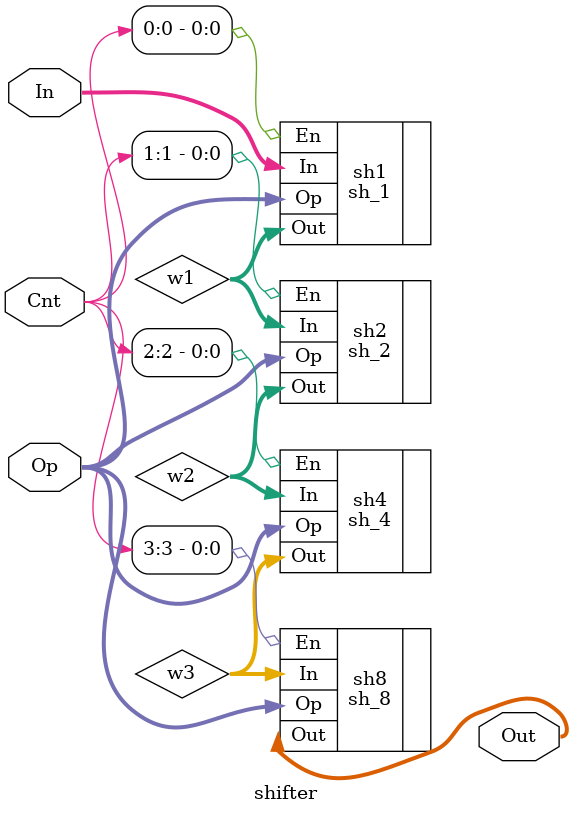
<source format=v>
module shifter (In, Cnt, Op, Out);
   
   input [15:0] In;
   input [3:0]  Cnt;
   input [1:0]  Op;
   output [15:0] Out;

   wire [15:0] w1;
   wire [15:0] w2;
   wire [15:0] w3;
   
   sh_1 sh1(.Out(w1), .In(In), .Op(Op), .En(Cnt[0]));
   sh_2 sh2(.Out(w2), .In(w1), .Op(Op), .En(Cnt[1]));
   sh_4 sh4(.Out(w3), .In(w2), .Op(Op), .En(Cnt[2]));
   sh_8 sh8(.Out(Out), .In(w3), .Op(Op), .En(Cnt[3]));

endmodule


</source>
